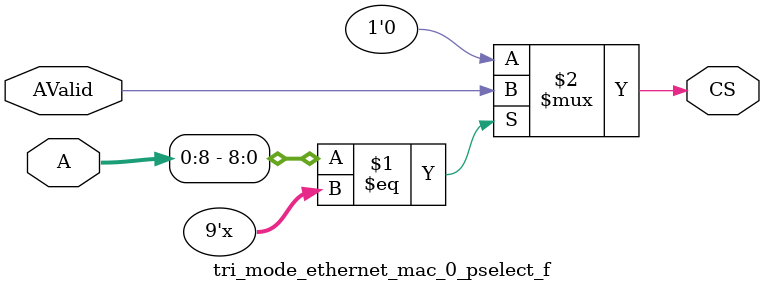
<source format=v>
`timescale 1 ps/1 ps

module tri_mode_ethernet_mac_0_pselect_f ( A, AValid, CS) ;

parameter C_AB  = 9;
parameter C_AW  = 32;
parameter [0:C_AW - 1] C_BAR =  'bz;
parameter C_FAMILY  = "nofamily";
input[0:C_AW-1] A; 
input AValid; 
output CS; 
wire CS;
parameter [0:C_AB-1]BAR = C_BAR[0:C_AB-1];

//----------------------------------------------------------------------------
// Build a behavioral decoder
//----------------------------------------------------------------------------
generate
if (C_AB > 0) begin : XST_WA
assign CS = (A[0:C_AB - 1] == BAR[0:C_AB - 1]) ? AValid : 1'b0 ;
end
endgenerate

generate
if (C_AB == 0) begin : PASS_ON_GEN
assign CS = AValid ;
end
endgenerate
endmodule

</source>
